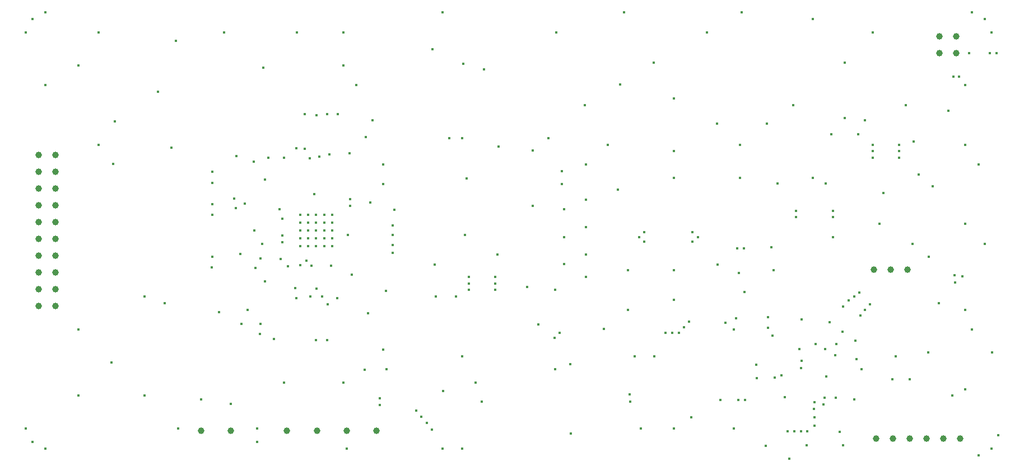
<source format=gbr>
%TF.GenerationSoftware,KiCad,Pcbnew,8.0.1*%
%TF.CreationDate,2024-04-26T19:22:53+02:00*%
%TF.ProjectId,MVBMS_Test_FT24,4d56424d-535f-4546-9573-745f46543234,rev?*%
%TF.SameCoordinates,Original*%
%TF.FileFunction,Plated,1,4,PTH,Drill*%
%TF.FilePolarity,Positive*%
%FSLAX46Y46*%
G04 Gerber Fmt 4.6, Leading zero omitted, Abs format (unit mm)*
G04 Created by KiCad (PCBNEW 8.0.1) date 2024-04-26 19:22:53*
%MOMM*%
%LPD*%
G01*
G04 APERTURE LIST*
%TA.AperFunction,ViaDrill*%
%ADD10C,0.400000*%
%TD*%
%TA.AperFunction,ComponentDrill*%
%ADD11C,0.400000*%
%TD*%
%TA.AperFunction,ComponentDrill*%
%ADD12C,1.000000*%
%TD*%
G04 APERTURE END LIST*
D10*
X122000000Y-125000000D03*
X122000000Y-185000000D03*
X123000000Y-123000000D03*
X123000000Y-187000000D03*
X125000000Y-122000000D03*
X125000000Y-133000000D03*
X125000000Y-188000000D03*
X130000000Y-130000000D03*
X130000000Y-170000000D03*
X130000000Y-180000000D03*
X133000000Y-125000000D03*
X133000000Y-142000000D03*
X135000000Y-175000000D03*
X135200000Y-144900000D03*
X135500000Y-138500000D03*
X140000000Y-165000000D03*
X140000000Y-180000000D03*
X142000000Y-134000000D03*
X143000000Y-166000000D03*
X144000000Y-142500000D03*
X144700000Y-126300000D03*
X145000000Y-185000000D03*
X148500000Y-180538604D03*
X150100000Y-160600000D03*
X150200000Y-146125000D03*
X150200000Y-147775000D03*
X150200000Y-151000000D03*
X150200000Y-152600000D03*
X150200000Y-159000000D03*
X151225000Y-167325000D03*
X152000000Y-125000000D03*
X153000000Y-181263604D03*
X153542024Y-150162347D03*
X153796763Y-151612347D03*
X153825000Y-143725000D03*
X154400000Y-158533246D03*
X154575000Y-169125000D03*
X155125000Y-150887347D03*
X155500000Y-167000000D03*
X156500000Y-144600000D03*
X156516419Y-154976847D03*
X156700000Y-160625000D03*
X157000000Y-185000000D03*
X157000000Y-187000000D03*
X157425000Y-170675000D03*
X157500000Y-159258246D03*
X157500000Y-169125000D03*
X157700000Y-157025000D03*
X157887500Y-130375000D03*
X158200000Y-147300000D03*
X158200000Y-162700000D03*
X158654108Y-144000000D03*
X159475000Y-171450000D03*
X160363078Y-151750607D03*
X160560444Y-159304562D03*
X160800000Y-153249935D03*
X160800000Y-155755257D03*
X160800000Y-156755260D03*
X161000000Y-178000000D03*
X161025000Y-144000000D03*
X161600000Y-160400000D03*
X162700000Y-163700000D03*
X162896106Y-142574523D03*
X162900000Y-165200000D03*
X163000000Y-125000000D03*
X163500000Y-160200000D03*
X164200000Y-137400000D03*
X164200000Y-142600000D03*
X164400000Y-159600000D03*
X164942332Y-144042332D03*
X165000000Y-165000000D03*
X165149398Y-160300000D03*
X165650478Y-149462956D03*
X165886186Y-171600000D03*
X165923506Y-137585511D03*
X165925000Y-163800000D03*
X166400000Y-143800000D03*
X166800000Y-165000000D03*
X167600000Y-137400000D03*
X167600000Y-171600000D03*
X167650000Y-166200000D03*
X167900000Y-143500000D03*
X168149522Y-160300000D03*
X169074847Y-165225153D03*
X169137500Y-137362500D03*
X170000000Y-125000000D03*
X170000000Y-130000000D03*
X170000000Y-178000000D03*
X170500000Y-188000000D03*
X170662500Y-155638604D03*
X170968750Y-143268750D03*
X171000000Y-150250000D03*
X171000000Y-151250003D03*
X171300000Y-161700000D03*
X172000000Y-133000000D03*
X173200000Y-176038604D03*
X173418749Y-140818750D03*
X173762500Y-167538604D03*
X174100000Y-150750000D03*
X174400000Y-138300000D03*
X175499795Y-181425205D03*
X175500026Y-180425203D03*
X176000000Y-145000000D03*
X176000000Y-148000000D03*
X176000000Y-173000000D03*
X176487500Y-164138604D03*
X176500000Y-176000000D03*
X177450000Y-158400000D03*
X177500000Y-154200000D03*
X177500000Y-155700000D03*
X177500000Y-157200000D03*
X177700000Y-151900000D03*
X181000000Y-182250000D03*
X181750000Y-183200000D03*
X182600000Y-184125000D03*
X183400000Y-185150000D03*
X183500000Y-127600000D03*
X183800000Y-160150000D03*
X184000000Y-165000000D03*
X185000000Y-122000000D03*
X185000000Y-188000000D03*
X185050000Y-179300203D03*
X186000000Y-141000000D03*
X187000000Y-165000000D03*
X188000000Y-141000000D03*
X188000000Y-174000000D03*
X188000000Y-188000000D03*
X188100000Y-129800000D03*
X188400000Y-155700000D03*
X188600000Y-147150000D03*
X189000000Y-162000000D03*
X189000000Y-163000000D03*
X189000000Y-164000000D03*
X190000000Y-178000000D03*
X190950000Y-180900000D03*
X191300000Y-130600000D03*
X193000000Y-162000000D03*
X193000000Y-163000000D03*
X193000000Y-164000000D03*
X193300000Y-158600000D03*
X193455000Y-142300000D03*
X197800000Y-163550000D03*
X198600000Y-142900000D03*
X198600000Y-151300000D03*
X199450000Y-169250000D03*
X201000000Y-141000000D03*
X201900000Y-171250000D03*
X202000000Y-164000000D03*
X202000000Y-176000000D03*
X202200000Y-125000000D03*
X202700000Y-170525000D03*
X203000000Y-146000000D03*
X203000000Y-148000000D03*
X203350000Y-151800000D03*
X203350000Y-156000000D03*
X203350000Y-160100000D03*
X204300000Y-175200000D03*
X204400000Y-185700000D03*
X206500000Y-136000000D03*
X206700000Y-145000000D03*
X206700000Y-150300000D03*
X206700000Y-154500000D03*
X206700000Y-158600000D03*
X206700000Y-162000000D03*
X209400000Y-169900000D03*
X210000000Y-142000000D03*
X211500000Y-148850000D03*
X211800000Y-132900000D03*
X212400000Y-122000000D03*
X213000000Y-161000000D03*
X213000000Y-167000000D03*
X213305000Y-179795000D03*
X213400000Y-180900000D03*
X214000000Y-174000000D03*
X214700000Y-156000000D03*
X215000000Y-185000000D03*
X215500000Y-156725000D03*
X215513736Y-155275000D03*
X216900000Y-129600000D03*
X217000000Y-174000000D03*
X218699997Y-170525000D03*
X219700000Y-170525000D03*
X220000000Y-135000000D03*
X220000000Y-143000000D03*
X220000000Y-147000000D03*
X220000000Y-161000000D03*
X220000000Y-165500000D03*
X220000000Y-185000000D03*
X220700000Y-170500000D03*
X221516983Y-169600000D03*
X222241983Y-168800000D03*
X222575000Y-183250000D03*
X222800000Y-155275000D03*
X222800000Y-156725000D03*
X223600000Y-156000000D03*
X225000000Y-125000000D03*
X226500000Y-138800000D03*
X226550000Y-160125951D03*
X226969625Y-180630375D03*
X227762653Y-169000000D03*
X229000000Y-170000000D03*
X229000000Y-185000000D03*
X229372653Y-168275000D03*
X229524049Y-157675951D03*
X229668504Y-180642246D03*
X229800000Y-161400000D03*
X230000000Y-142000000D03*
X230000000Y-147000000D03*
X230200000Y-122000000D03*
X230523674Y-157703395D03*
X230600000Y-164275000D03*
X230696286Y-180644722D03*
X232400000Y-175300000D03*
X232462653Y-177348097D03*
X233850000Y-187625000D03*
X234000000Y-138800000D03*
X234162653Y-168148097D03*
X234162653Y-169748097D03*
X234700000Y-157500000D03*
X234862653Y-170948097D03*
X235000000Y-161000000D03*
X235200000Y-177248097D03*
X235600000Y-147850000D03*
X236256386Y-176902074D03*
X236700000Y-180188098D03*
X237150000Y-185400000D03*
X237450000Y-189500000D03*
X238000000Y-136000000D03*
X238150003Y-185400000D03*
X238400000Y-152000000D03*
X238400000Y-153000000D03*
X238906975Y-172944250D03*
X239150006Y-185400000D03*
X239162653Y-175848097D03*
X239244522Y-174693098D03*
X239262653Y-168448097D03*
X240000000Y-187500000D03*
X240150009Y-185400000D03*
X241000000Y-123000000D03*
X241000000Y-147000000D03*
X241100000Y-182012347D03*
X241200000Y-180975305D03*
X241200000Y-183248097D03*
X241200000Y-184548097D03*
X241400000Y-172200000D03*
X242537347Y-181287347D03*
X242750000Y-180300000D03*
X242850000Y-172900000D03*
X242900000Y-147900000D03*
X243000000Y-177050000D03*
X243500000Y-168900000D03*
X243800000Y-140437500D03*
X244000000Y-152000000D03*
X244000000Y-153000000D03*
X244000000Y-156000000D03*
X244380375Y-173869625D03*
X244462653Y-180348097D03*
X244505000Y-172198098D03*
X245000000Y-185500000D03*
X245450000Y-170280598D03*
X245500000Y-187500000D03*
X245562653Y-166548097D03*
X245800000Y-129600000D03*
X245802500Y-137987500D03*
X246400000Y-165600000D03*
X247200000Y-180550000D03*
X247213736Y-165018760D03*
X247407654Y-171693098D03*
X247603108Y-174472778D03*
X247802500Y-140437500D03*
X248011595Y-164415912D03*
X248132654Y-167900000D03*
X248313882Y-175986118D03*
X248802500Y-138293750D03*
X248857654Y-167000000D03*
X249582654Y-166200000D03*
X250000000Y-125000000D03*
X250000000Y-142000000D03*
X250000000Y-143000000D03*
X250000000Y-144000000D03*
X251000000Y-154000000D03*
X251600000Y-149300000D03*
X253000000Y-177500000D03*
X253455000Y-174018097D03*
X254000000Y-142000000D03*
X254000000Y-143000000D03*
X254000000Y-144000000D03*
X255000000Y-136000000D03*
X255600000Y-177500000D03*
X256000000Y-157000000D03*
X256200000Y-141500000D03*
X257000000Y-146500000D03*
X258400000Y-173448097D03*
X258500000Y-159000000D03*
X259102500Y-148297500D03*
X260000000Y-166000000D03*
X261462500Y-136887500D03*
X262012691Y-180010066D03*
X262200000Y-131700000D03*
X262393598Y-161756402D03*
X262470000Y-162880000D03*
X263100000Y-131700000D03*
X263565076Y-161902576D03*
X264000000Y-133000000D03*
X264000000Y-142000000D03*
X264000000Y-154000000D03*
X264000000Y-167000000D03*
X264000000Y-179000000D03*
X264547268Y-128144685D03*
X265000000Y-122000000D03*
X265000000Y-170000000D03*
X266000000Y-145000000D03*
X266000000Y-189000000D03*
X267000000Y-123000000D03*
X267000000Y-157000000D03*
X267700000Y-128140000D03*
X268000000Y-125000000D03*
X268000000Y-188000000D03*
X268050000Y-173450000D03*
X268717653Y-128132347D03*
X269000000Y-186000000D03*
D11*
%TO.C,U4*%
X163500000Y-152600000D03*
X163500000Y-153800000D03*
X163500000Y-155000000D03*
X163500000Y-156200000D03*
X163500000Y-157400000D03*
X164700000Y-152600000D03*
X164700000Y-153800000D03*
X164700000Y-155000000D03*
X164700000Y-156200000D03*
X164700000Y-157400000D03*
X165900000Y-152600000D03*
X165900000Y-153800000D03*
X165900000Y-155000000D03*
X165900000Y-156200000D03*
X165900000Y-157400000D03*
X167100000Y-152600000D03*
X167100000Y-153800000D03*
X167100000Y-155000000D03*
X167100000Y-156200000D03*
X167100000Y-157400000D03*
X168300000Y-152600000D03*
X168300000Y-153800000D03*
X168300000Y-155000000D03*
X168300000Y-156200000D03*
X168300000Y-157400000D03*
D12*
%TO.C,J3*%
X123960000Y-143600000D03*
X123960000Y-146140000D03*
X123960000Y-148680000D03*
X123960000Y-151220000D03*
X123960000Y-153760000D03*
X123960000Y-156300000D03*
X123960000Y-158840000D03*
X123960000Y-161380000D03*
X123960000Y-163920000D03*
X123960000Y-166460000D03*
X126500000Y-143600000D03*
X126500000Y-146140000D03*
X126500000Y-148680000D03*
X126500000Y-151220000D03*
X126500000Y-153760000D03*
X126500000Y-156300000D03*
X126500000Y-158840000D03*
X126500000Y-161380000D03*
X126500000Y-163920000D03*
X126500000Y-166460000D03*
%TO.C,TP12*%
X148500000Y-185300000D03*
%TO.C,TP13*%
X153000000Y-185300000D03*
%TO.C,TP11*%
X161500000Y-185300000D03*
%TO.C,TP1*%
X166000000Y-185300000D03*
%TO.C,TP10*%
X170500000Y-185300000D03*
%TO.C,TP9*%
X175000000Y-185300000D03*
%TO.C,J2*%
X250220000Y-160900000D03*
%TO.C,J1*%
X250500000Y-186500000D03*
%TO.C,J2*%
X252760000Y-160900000D03*
%TO.C,J1*%
X253040000Y-186500000D03*
%TO.C,J2*%
X255300000Y-160900000D03*
%TO.C,J1*%
X255580000Y-186500000D03*
X258120000Y-186500000D03*
%TO.C,J4*%
X260100000Y-125600000D03*
X260100000Y-128140000D03*
%TO.C,J1*%
X260660000Y-186500000D03*
%TO.C,J4*%
X262640000Y-125600000D03*
X262640000Y-128140000D03*
%TO.C,J1*%
X263200000Y-186500000D03*
M02*

</source>
